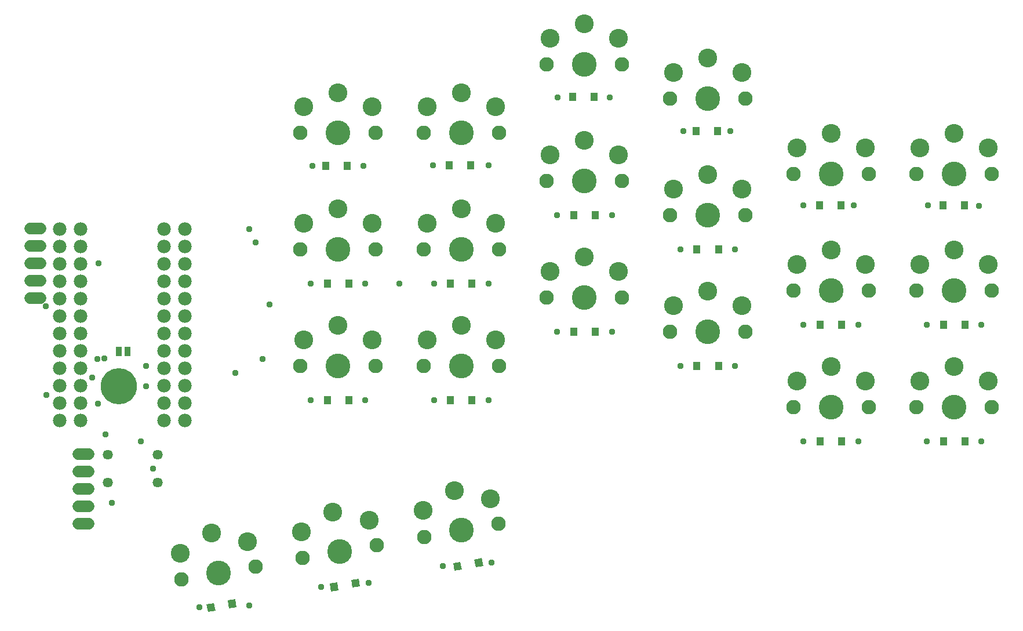
<source format=gbr>
G04 EAGLE Gerber RS-274X export*
G75*
%MOMM*%
%FSLAX34Y34*%
%LPD*%
%INSoldermask Bottom*%
%IPPOS*%
%AMOC8*
5,1,8,0,0,1.08239X$1,22.5*%
G01*
G04 Define Apertures*
%ADD10C,3.603200*%
%ADD11C,2.103200*%
%ADD12C,2.743200*%
%ADD13C,1.981200*%
%ADD14C,1.727200*%
%ADD15C,5.283200*%
%ADD16R,0.838200X1.473200*%
%ADD17C,1.463200*%
%ADD18R,1.103200X1.153200*%
%ADD19C,0.959600*%
D10*
X540000Y-160000D03*
D11*
X485000Y-160000D03*
X595000Y-160000D03*
D12*
X540000Y-101000D03*
X590000Y-122000D03*
X490000Y-122000D03*
D10*
X540000Y-330000D03*
D11*
X485000Y-330000D03*
X595000Y-330000D03*
D12*
X540000Y-271000D03*
X590000Y-292000D03*
X490000Y-292000D03*
D10*
X360000Y-160000D03*
D11*
X305000Y-160000D03*
X415000Y-160000D03*
D12*
X360000Y-101000D03*
X410000Y-122000D03*
X310000Y-122000D03*
D10*
X360000Y-330000D03*
D11*
X305000Y-330000D03*
X415000Y-330000D03*
D12*
X360000Y-271000D03*
X410000Y-292000D03*
X310000Y-292000D03*
D10*
X180000Y-50000D03*
D11*
X125000Y-50000D03*
X235000Y-50000D03*
D12*
X180000Y9000D03*
X230000Y-12000D03*
X130000Y-12000D03*
D10*
X180000Y-220000D03*
D11*
X125000Y-220000D03*
X235000Y-220000D03*
D12*
X180000Y-161000D03*
X230000Y-182000D03*
X130000Y-182000D03*
D10*
X0Y0D03*
D11*
X-55000Y0D03*
X55000Y0D03*
D12*
X0Y59000D03*
X50000Y38000D03*
X-50000Y38000D03*
D10*
X0Y-170000D03*
D11*
X-55000Y-170000D03*
X55000Y-170000D03*
D12*
X0Y-111000D03*
X50000Y-132000D03*
X-50000Y-132000D03*
D10*
X-180000Y-100000D03*
D11*
X-235000Y-100000D03*
X-125000Y-100000D03*
D12*
X-180000Y-41000D03*
X-130000Y-62000D03*
X-230000Y-62000D03*
D10*
X-180000Y-270000D03*
D11*
X-235000Y-270000D03*
X-125000Y-270000D03*
D12*
X-180000Y-211000D03*
X-130000Y-232000D03*
X-230000Y-232000D03*
D10*
X-360000Y-100000D03*
D11*
X-415000Y-100000D03*
X-305000Y-100000D03*
D12*
X-360000Y-41000D03*
X-310000Y-62000D03*
X-410000Y-62000D03*
D10*
X-360000Y-270000D03*
D11*
X-415000Y-270000D03*
X-305000Y-270000D03*
D12*
X-360000Y-211000D03*
X-310000Y-232000D03*
X-410000Y-232000D03*
D10*
X-180000Y-510000D03*
D11*
X-234164Y-519551D03*
X-125836Y-500449D03*
D12*
X-190245Y-451896D03*
X-137358Y-463895D03*
X-235839Y-481260D03*
D10*
X-357265Y-541257D03*
D11*
X-411430Y-550807D03*
X-303101Y-531706D03*
D12*
X-367511Y-483153D03*
X-314624Y-495152D03*
X-413104Y-512516D03*
D10*
X-534531Y-572513D03*
D11*
X-588695Y-582064D03*
X-480366Y-562963D03*
D12*
X-544776Y-514410D03*
X-491889Y-526408D03*
X-590370Y-543773D03*
D13*
X-766200Y-70300D03*
X-766200Y-95700D03*
X-766200Y-121100D03*
X-766200Y-146500D03*
X-766200Y-171900D03*
X-766200Y-197300D03*
X-766200Y-222700D03*
X-766200Y-248100D03*
X-766200Y-273500D03*
X-766200Y-298900D03*
X-766200Y-324300D03*
X-766200Y-349700D03*
X-613800Y-70300D03*
X-613800Y-95700D03*
X-613800Y-121100D03*
X-613800Y-146500D03*
X-613800Y-171900D03*
X-613800Y-197300D03*
X-613800Y-222700D03*
X-613800Y-248100D03*
X-613800Y-273500D03*
X-613800Y-298900D03*
X-613800Y-324300D03*
X-613800Y-349700D03*
X-583800Y-70300D03*
X-583800Y-95700D03*
X-583800Y-121100D03*
X-583800Y-146500D03*
X-583800Y-171900D03*
X-583800Y-197300D03*
X-583800Y-222700D03*
X-583800Y-248100D03*
X-583800Y-273500D03*
X-583800Y-298900D03*
X-583800Y-324300D03*
X-583800Y-349700D03*
X-736200Y-70300D03*
X-736200Y-95700D03*
X-736200Y-121100D03*
X-736200Y-146500D03*
X-736200Y-171900D03*
X-736200Y-197300D03*
X-736200Y-222700D03*
X-736200Y-248100D03*
X-736200Y-273500D03*
X-736200Y-298900D03*
X-736200Y-324300D03*
X-736200Y-349700D03*
D14*
X-794280Y-170800D02*
X-809520Y-170800D01*
X-809520Y-145400D02*
X-794280Y-145400D01*
X-794280Y-120000D02*
X-809520Y-120000D01*
X-809520Y-94600D02*
X-794280Y-94600D01*
X-794280Y-69200D02*
X-809520Y-69200D01*
X-739520Y-500800D02*
X-724280Y-500800D01*
X-724280Y-475400D02*
X-739520Y-475400D01*
X-739520Y-450000D02*
X-724280Y-450000D01*
X-724280Y-424600D02*
X-739520Y-424600D01*
X-739520Y-399200D02*
X-724280Y-399200D01*
D15*
X-680000Y-300000D03*
D16*
X-680000Y-249200D03*
X-667300Y-249200D03*
D17*
X-696200Y-400000D03*
X-623800Y-400000D03*
X-696200Y-440000D03*
X-623800Y-440000D03*
D18*
X555750Y-210000D03*
X524250Y-210000D03*
X555750Y-380000D03*
X524250Y-380000D03*
X375750Y-210000D03*
X344250Y-210000D03*
X375750Y-380000D03*
X344250Y-380000D03*
X195750Y-100000D03*
X164250Y-100000D03*
X195750Y-270000D03*
X164250Y-270000D03*
X15750Y-50000D03*
X-15750Y-50000D03*
X15750Y-220000D03*
X-15750Y-220000D03*
X-164250Y-150000D03*
X-195750Y-150000D03*
X-164250Y-320000D03*
X-195750Y-320000D03*
X-344250Y-150000D03*
X-375750Y-150000D03*
X-344250Y-320000D03*
X-375750Y-320000D03*
G36*
X-148056Y-561985D02*
X-158919Y-563901D01*
X-160922Y-552545D01*
X-150059Y-550629D01*
X-148056Y-561985D01*
G37*
G36*
X-179078Y-567455D02*
X-189941Y-569371D01*
X-191944Y-558015D01*
X-181081Y-556099D01*
X-179078Y-567455D01*
G37*
G36*
X-328056Y-591985D02*
X-338919Y-593901D01*
X-340922Y-582545D01*
X-330059Y-580629D01*
X-328056Y-591985D01*
G37*
G36*
X-359078Y-597455D02*
X-369941Y-599371D01*
X-371944Y-588015D01*
X-361081Y-586099D01*
X-359078Y-597455D01*
G37*
G36*
X-508056Y-621985D02*
X-518919Y-623901D01*
X-520922Y-612545D01*
X-510059Y-610629D01*
X-508056Y-621985D01*
G37*
G36*
X-539078Y-627455D02*
X-549941Y-629371D01*
X-551944Y-618015D01*
X-541081Y-616099D01*
X-539078Y-627455D01*
G37*
D10*
X540000Y10000D03*
D11*
X485000Y10000D03*
X595000Y10000D03*
D12*
X540000Y69000D03*
X590000Y48000D03*
X490000Y48000D03*
D18*
X555008Y-35880D03*
X523508Y-35880D03*
D10*
X360000Y10000D03*
D11*
X305000Y10000D03*
X415000Y10000D03*
D12*
X360000Y69000D03*
X410000Y48000D03*
X310000Y48000D03*
D18*
X374820Y-35400D03*
X343320Y-35400D03*
D10*
X180000Y120000D03*
D11*
X125000Y120000D03*
X235000Y120000D03*
D12*
X180000Y179000D03*
X230000Y158000D03*
X130000Y158000D03*
D18*
X194480Y72540D03*
X162980Y72540D03*
D10*
X0Y170000D03*
D11*
X-55000Y170000D03*
X55000Y170000D03*
D12*
X0Y229000D03*
X50000Y208000D03*
X-50000Y208000D03*
D18*
X14480Y122540D03*
X-17020Y122540D03*
D10*
X-180000Y70000D03*
D11*
X-235000Y70000D03*
X-125000Y70000D03*
D12*
X-180000Y129000D03*
X-130000Y108000D03*
X-230000Y108000D03*
D18*
X-165860Y22860D03*
X-197360Y22860D03*
D10*
X-360000Y70000D03*
D11*
X-415000Y70000D03*
X-305000Y70000D03*
D12*
X-360000Y129000D03*
X-310000Y108000D03*
X-410000Y108000D03*
D18*
X-346200Y21590D03*
X-377700Y21590D03*
D19*
X580000Y-210000D03*
X-220980Y22860D03*
X-220000Y-150000D03*
X-220000Y-320000D03*
X-510000Y-280000D03*
X-384810Y-593090D03*
X-690000Y-470000D03*
X580000Y-380000D03*
X400000Y-210000D03*
X-40000Y-220000D03*
X-40000Y-50000D03*
X-39370Y121920D03*
X-470000Y-260000D03*
X-207010Y-562610D03*
X400000Y-380000D03*
X220000Y-100000D03*
X220000Y-270000D03*
X40000Y-50000D03*
X144780Y72390D03*
X140000Y-100000D03*
X140000Y-270000D03*
X-460000Y-180000D03*
X40000Y-220000D03*
X-140000Y-150000D03*
X-140000Y-320000D03*
X320040Y-35560D03*
X320000Y-210000D03*
X320000Y-380000D03*
X-480000Y-90000D03*
X-320000Y-320000D03*
X-135890Y-557530D03*
X501650Y-35560D03*
X500000Y-210000D03*
X500000Y-380000D03*
X-490000Y-70000D03*
X-314960Y-586740D03*
X-490000Y-620000D03*
X-270000Y-150000D03*
X-710000Y-120000D03*
X-630000Y-420000D03*
X-640000Y-300000D03*
X-701594Y-258772D03*
X-719342Y-287061D03*
X-700000Y-370000D03*
X-711698Y-260000D03*
X-786882Y-183119D03*
X-786130Y-312420D03*
X-640000Y-270000D03*
X-320000Y-150000D03*
X576580Y-36830D03*
X393700Y-35560D03*
X213360Y72390D03*
X36830Y121920D03*
X-139700Y22860D03*
X-322580Y21590D03*
X-397510Y21590D03*
X-400000Y-320000D03*
X-710828Y-324810D03*
X-647592Y-380000D03*
X-562610Y-622300D03*
X-400000Y-150000D03*
M02*

</source>
